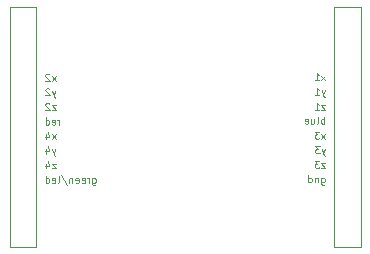
<source format=gbr>
%TF.GenerationSoftware,KiCad,Pcbnew,(6.0.2)*%
%TF.CreationDate,2022-07-09T21:30:07+01:00*%
%TF.ProjectId,universal pcb,756e6976-6572-4736-916c-207063622e6b,rev?*%
%TF.SameCoordinates,Original*%
%TF.FileFunction,Legend,Bot*%
%TF.FilePolarity,Positive*%
%FSLAX46Y46*%
G04 Gerber Fmt 4.6, Leading zero omitted, Abs format (unit mm)*
G04 Created by KiCad (PCBNEW (6.0.2)) date 2022-07-09 21:30:07*
%MOMM*%
%LPD*%
G01*
G04 APERTURE LIST*
%ADD10C,0.100000*%
%ADD11C,0.120000*%
G04 APERTURE END LIST*
D10*
X7150714Y-15619428D02*
X7150714Y-16105142D01*
X7179285Y-16162285D01*
X7207857Y-16190857D01*
X7264999Y-16219428D01*
X7350714Y-16219428D01*
X7407857Y-16190857D01*
X7150714Y-15990857D02*
X7207857Y-16019428D01*
X7322142Y-16019428D01*
X7379285Y-15990857D01*
X7407857Y-15962285D01*
X7436428Y-15905142D01*
X7436428Y-15733714D01*
X7407857Y-15676571D01*
X7379285Y-15648000D01*
X7322142Y-15619428D01*
X7207857Y-15619428D01*
X7150714Y-15648000D01*
X6864999Y-16019428D02*
X6864999Y-15619428D01*
X6864999Y-15733714D02*
X6836428Y-15676571D01*
X6807857Y-15648000D01*
X6750714Y-15619428D01*
X6693571Y-15619428D01*
X6264999Y-15990857D02*
X6322142Y-16019428D01*
X6436428Y-16019428D01*
X6493571Y-15990857D01*
X6522142Y-15933714D01*
X6522142Y-15705142D01*
X6493571Y-15648000D01*
X6436428Y-15619428D01*
X6322142Y-15619428D01*
X6264999Y-15648000D01*
X6236428Y-15705142D01*
X6236428Y-15762285D01*
X6522142Y-15819428D01*
X5750714Y-15990857D02*
X5807857Y-16019428D01*
X5922142Y-16019428D01*
X5979285Y-15990857D01*
X6007857Y-15933714D01*
X6007857Y-15705142D01*
X5979285Y-15648000D01*
X5922142Y-15619428D01*
X5807857Y-15619428D01*
X5750714Y-15648000D01*
X5722142Y-15705142D01*
X5722142Y-15762285D01*
X6007857Y-15819428D01*
X5465000Y-15619428D02*
X5465000Y-16019428D01*
X5465000Y-15676571D02*
X5436428Y-15648000D01*
X5379285Y-15619428D01*
X5293571Y-15619428D01*
X5236428Y-15648000D01*
X5207857Y-15705142D01*
X5207857Y-16019428D01*
X4493571Y-15390857D02*
X5007857Y-16162285D01*
X4207857Y-16019428D02*
X4265000Y-15990857D01*
X4293571Y-15933714D01*
X4293571Y-15419428D01*
X3750714Y-15990857D02*
X3807857Y-16019428D01*
X3922142Y-16019428D01*
X3979285Y-15990857D01*
X4007857Y-15933714D01*
X4007857Y-15705142D01*
X3979285Y-15648000D01*
X3922142Y-15619428D01*
X3807857Y-15619428D01*
X3750714Y-15648000D01*
X3722142Y-15705142D01*
X3722142Y-15762285D01*
X4007857Y-15819428D01*
X3207857Y-16019428D02*
X3207857Y-15419428D01*
X3207857Y-15990857D02*
X3264999Y-16019428D01*
X3379285Y-16019428D01*
X3436428Y-15990857D01*
X3464999Y-15962285D01*
X3493571Y-15905142D01*
X3493571Y-15733714D01*
X3464999Y-15676571D01*
X3436428Y-15648000D01*
X3379285Y-15619428D01*
X3264999Y-15619428D01*
X3207857Y-15648000D01*
X4036428Y-9450856D02*
X3722142Y-9450856D01*
X4036428Y-9850856D01*
X3722142Y-9850856D01*
X3522142Y-9307999D02*
X3493571Y-9279428D01*
X3436428Y-9250856D01*
X3293571Y-9250856D01*
X3236428Y-9279428D01*
X3207857Y-9307999D01*
X3179285Y-9365142D01*
X3179285Y-9422285D01*
X3207857Y-9507999D01*
X3550714Y-9850856D01*
X3179285Y-9850856D01*
X4036428Y-12318284D02*
X3722142Y-11918284D01*
X4036428Y-11918284D02*
X3722142Y-12318284D01*
X3236428Y-11918284D02*
X3236428Y-12318284D01*
X3379285Y-11689713D02*
X3522142Y-12118284D01*
X3150714Y-12118284D01*
X26849285Y-12287714D02*
X26535000Y-11887714D01*
X26849285Y-11887714D02*
X26535000Y-12287714D01*
X26363571Y-11687714D02*
X25992142Y-11687714D01*
X26192142Y-11916286D01*
X26106428Y-11916286D01*
X26049285Y-11944857D01*
X26020714Y-11973428D01*
X25992142Y-12030571D01*
X25992142Y-12173428D01*
X26020714Y-12230571D01*
X26049285Y-12259143D01*
X26106428Y-12287714D01*
X26277857Y-12287714D01*
X26335000Y-12259143D01*
X26363571Y-12230571D01*
X4036428Y-7383428D02*
X3722142Y-6983428D01*
X4036428Y-6983428D02*
X3722142Y-7383428D01*
X3522142Y-6840571D02*
X3493571Y-6812000D01*
X3436428Y-6783428D01*
X3293571Y-6783428D01*
X3236428Y-6812000D01*
X3207857Y-6840571D01*
X3179285Y-6897714D01*
X3179285Y-6954857D01*
X3207857Y-7040571D01*
X3550714Y-7383428D01*
X3179285Y-7383428D01*
X26849285Y-8186572D02*
X26706428Y-8586572D01*
X26563571Y-8186572D02*
X26706428Y-8586572D01*
X26763571Y-8729429D01*
X26792142Y-8758001D01*
X26849285Y-8786572D01*
X26020714Y-8586572D02*
X26363571Y-8586572D01*
X26192142Y-8586572D02*
X26192142Y-7986572D01*
X26249285Y-8072286D01*
X26306428Y-8129429D01*
X26363571Y-8158001D01*
X26792142Y-11021428D02*
X26792142Y-10421428D01*
X26792142Y-10650000D02*
X26735000Y-10621428D01*
X26620714Y-10621428D01*
X26563571Y-10650000D01*
X26535000Y-10678571D01*
X26506428Y-10735714D01*
X26506428Y-10907142D01*
X26535000Y-10964285D01*
X26563571Y-10992857D01*
X26620714Y-11021428D01*
X26735000Y-11021428D01*
X26792142Y-10992857D01*
X26163571Y-11021428D02*
X26220714Y-10992857D01*
X26249285Y-10935714D01*
X26249285Y-10421428D01*
X25677857Y-10621428D02*
X25677857Y-11021428D01*
X25935000Y-10621428D02*
X25935000Y-10935714D01*
X25906428Y-10992857D01*
X25849285Y-11021428D01*
X25763571Y-11021428D01*
X25706428Y-10992857D01*
X25677857Y-10964285D01*
X25163571Y-10992857D02*
X25220714Y-11021428D01*
X25335000Y-11021428D01*
X25392142Y-10992857D01*
X25420714Y-10935714D01*
X25420714Y-10707142D01*
X25392142Y-10650000D01*
X25335000Y-10621428D01*
X25220714Y-10621428D01*
X25163571Y-10650000D01*
X25135000Y-10707142D01*
X25135000Y-10764285D01*
X25420714Y-10821428D01*
X26849285Y-7352858D02*
X26535000Y-6952858D01*
X26849285Y-6952858D02*
X26535000Y-7352858D01*
X25992142Y-7352858D02*
X26335000Y-7352858D01*
X26163571Y-7352858D02*
X26163571Y-6752858D01*
X26220714Y-6838572D01*
X26277857Y-6895715D01*
X26335000Y-6924287D01*
X26849285Y-9420286D02*
X26535000Y-9420286D01*
X26849285Y-9820286D01*
X26535000Y-9820286D01*
X25992142Y-9820286D02*
X26335000Y-9820286D01*
X26163571Y-9820286D02*
X26163571Y-9220286D01*
X26220714Y-9306000D01*
X26277857Y-9363143D01*
X26335000Y-9391715D01*
X4350714Y-11084570D02*
X4350714Y-10684570D01*
X4350714Y-10798856D02*
X4322142Y-10741713D01*
X4293571Y-10713142D01*
X4236428Y-10684570D01*
X4179285Y-10684570D01*
X3750714Y-11055999D02*
X3807857Y-11084570D01*
X3922142Y-11084570D01*
X3979285Y-11055999D01*
X4007857Y-10998856D01*
X4007857Y-10770284D01*
X3979285Y-10713142D01*
X3922142Y-10684570D01*
X3807857Y-10684570D01*
X3750714Y-10713142D01*
X3722142Y-10770284D01*
X3722142Y-10827427D01*
X4007857Y-10884570D01*
X3207857Y-11084570D02*
X3207857Y-10484570D01*
X3207857Y-11055999D02*
X3265000Y-11084570D01*
X3379285Y-11084570D01*
X3436428Y-11055999D01*
X3465000Y-11027427D01*
X3493571Y-10970284D01*
X3493571Y-10798856D01*
X3465000Y-10741713D01*
X3436428Y-10713142D01*
X3379285Y-10684570D01*
X3265000Y-10684570D01*
X3207857Y-10713142D01*
X4036428Y-14385712D02*
X3722142Y-14385712D01*
X4036428Y-14785712D01*
X3722142Y-14785712D01*
X3236428Y-14385712D02*
X3236428Y-14785712D01*
X3379285Y-14157141D02*
X3522142Y-14585712D01*
X3150714Y-14585712D01*
X4007857Y-8217142D02*
X3865000Y-8617142D01*
X3722142Y-8217142D02*
X3865000Y-8617142D01*
X3922142Y-8759999D01*
X3950714Y-8788571D01*
X4007857Y-8817142D01*
X3522142Y-8074285D02*
X3493571Y-8045714D01*
X3436428Y-8017142D01*
X3293571Y-8017142D01*
X3236428Y-8045714D01*
X3207857Y-8074285D01*
X3179285Y-8131428D01*
X3179285Y-8188571D01*
X3207857Y-8274285D01*
X3550714Y-8617142D01*
X3179285Y-8617142D01*
X26535000Y-15588858D02*
X26535000Y-16074572D01*
X26563571Y-16131715D01*
X26592142Y-16160287D01*
X26649285Y-16188858D01*
X26735000Y-16188858D01*
X26792142Y-16160287D01*
X26535000Y-15960287D02*
X26592142Y-15988858D01*
X26706428Y-15988858D01*
X26763571Y-15960287D01*
X26792142Y-15931715D01*
X26820714Y-15874572D01*
X26820714Y-15703144D01*
X26792142Y-15646001D01*
X26763571Y-15617430D01*
X26706428Y-15588858D01*
X26592142Y-15588858D01*
X26535000Y-15617430D01*
X26249285Y-15588858D02*
X26249285Y-15988858D01*
X26249285Y-15646001D02*
X26220714Y-15617430D01*
X26163571Y-15588858D01*
X26077857Y-15588858D01*
X26020714Y-15617430D01*
X25992142Y-15674572D01*
X25992142Y-15988858D01*
X25449285Y-15988858D02*
X25449285Y-15388858D01*
X25449285Y-15960287D02*
X25506428Y-15988858D01*
X25620714Y-15988858D01*
X25677857Y-15960287D01*
X25706428Y-15931715D01*
X25735000Y-15874572D01*
X25735000Y-15703144D01*
X25706428Y-15646001D01*
X25677857Y-15617430D01*
X25620714Y-15588858D01*
X25506428Y-15588858D01*
X25449285Y-15617430D01*
X26849285Y-14355142D02*
X26535000Y-14355142D01*
X26849285Y-14755142D01*
X26535000Y-14755142D01*
X26363571Y-14155142D02*
X25992142Y-14155142D01*
X26192142Y-14383714D01*
X26106428Y-14383714D01*
X26049285Y-14412285D01*
X26020714Y-14440856D01*
X25992142Y-14497999D01*
X25992142Y-14640856D01*
X26020714Y-14697999D01*
X26049285Y-14726571D01*
X26106428Y-14755142D01*
X26277857Y-14755142D01*
X26335000Y-14726571D01*
X26363571Y-14697999D01*
X4007857Y-13151998D02*
X3865000Y-13551998D01*
X3722142Y-13151998D02*
X3865000Y-13551998D01*
X3922142Y-13694855D01*
X3950714Y-13723427D01*
X4007857Y-13751998D01*
X3236428Y-13151998D02*
X3236428Y-13551998D01*
X3379285Y-12923427D02*
X3522142Y-13351998D01*
X3150714Y-13351998D01*
X26849285Y-13121428D02*
X26706428Y-13521428D01*
X26563571Y-13121428D02*
X26706428Y-13521428D01*
X26763571Y-13664285D01*
X26792142Y-13692857D01*
X26849285Y-13721428D01*
X26392142Y-12921428D02*
X26020714Y-12921428D01*
X26220714Y-13150000D01*
X26135000Y-13150000D01*
X26077857Y-13178571D01*
X26049285Y-13207142D01*
X26020714Y-13264285D01*
X26020714Y-13407142D01*
X26049285Y-13464285D01*
X26077857Y-13492857D01*
X26135000Y-13521428D01*
X26306428Y-13521428D01*
X26363571Y-13492857D01*
X26392142Y-13464285D01*
D11*
%TO.C,REF\u002A\u002A*%
X2400000Y-21470000D02*
X140000Y-21470000D01*
X2400000Y-1090000D02*
X2400000Y-21470000D01*
X2400000Y-1090000D02*
X140000Y-1090000D01*
X140000Y-1090000D02*
X140000Y-21470000D01*
X29860000Y-21470000D02*
X27600000Y-21470000D01*
X27600000Y-1090000D02*
X27600000Y-21470000D01*
X29860000Y-1090000D02*
X27600000Y-1090000D01*
X29860000Y-1090000D02*
X29860000Y-21470000D01*
%TD*%
M02*

</source>
